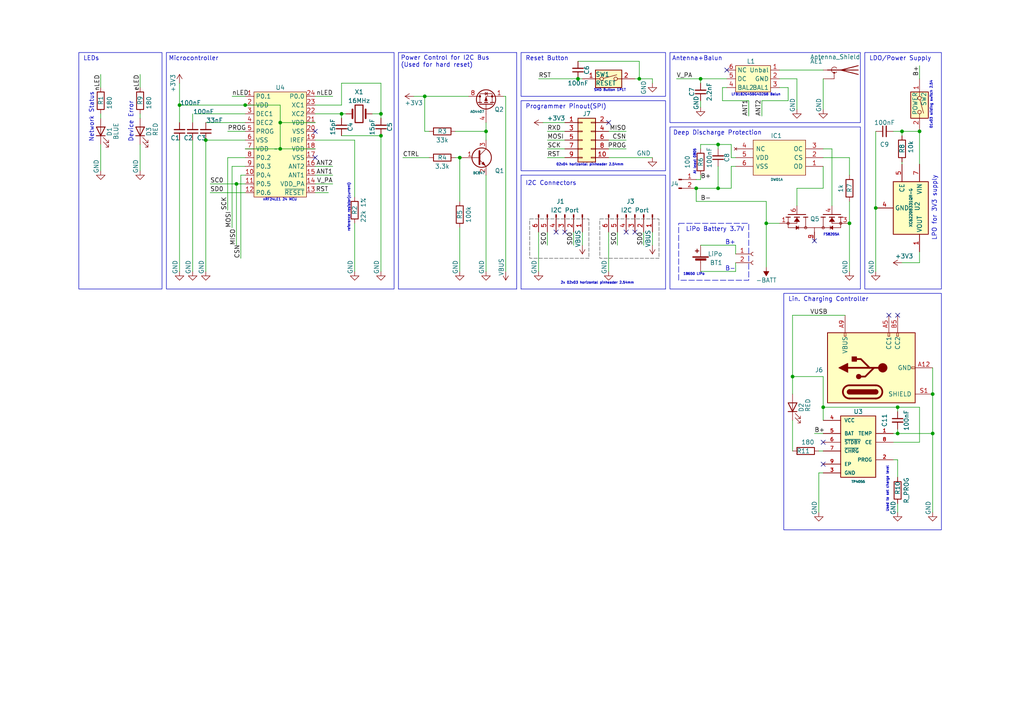
<source format=kicad_sch>
(kicad_sch (version 20230121) (generator eeschema)
  (paper "A4")
  (title_block (title "VR-Stick") (date "2023-07-28") (rev "0.1") (comment 2 "nRF24LE1 QFN24 communication hub for Virtual Reality Interactables") (comment 3 "Apache License Version 2.0 http://www.apache.org/licenses/") (comment 4 "Author: Marek Wehning "))
  (lib_symbols
    (symbol "Connector:Conn_01x02_Female" (pin_names (offset 1.016) hide)
      (property "Reference" "J" (at 0 2.54 0))
      (property "Value" "Conn_01x02_Female" (at 0 -5.08 0))
      (symbol "Conn_01x02_Female_1_1"
        (pin passive line (at -5.08 0 0) (length 3.81) (name "Pin_1") (number "1"))
        (pin passive line (at -5.08 -2.54 0) (length 3.81) (name "Pin_2") (number "2"))
      )
    )
    (symbol "Connector:Conn_01x02_Pin" (pin_names (offset 1.016) hide)
      (property "Reference" "J" (at 0 2.54 0))
      (property "Value" "Conn_01x02_Pin" (at 0 -5.08 0))
      (symbol "Conn_01x02_Pin_1_1"
        (pin passive line (at 5.08 0 180) (length 3.81) (name "Pin_1") (number "1"))
        (pin passive line (at 5.08 -2.54 180) (length 3.81) (name "Pin_2") (number "2"))
      )
    )
    (symbol "Connector:Conn_01x12_Male" (pin_names (offset 1.016) hide)
      (property "Reference" "J2" (at -3.81 6.35 90))
      (property "Value" "I2C Port" (at -1.27 7.62 90))
      (symbol "Conn_01x12_Male_1_1"
        (pin passive line (at 5.08 12.7 180) (length 3.81) (name "Pin_1") (number "1"))
        (pin passive line (at 5.08 10.16 180) (length 3.81) (name "Pin_2") (number "2"))
        (pin passive line (at 5.08 7.62 180) (length 3.81) (name "Pin_3") (number "3"))
        (pin passive line (at 5.08 5.08 180) (length 3.81) (name "Pin_4") (number "4"))
        (pin passive line (at 5.08 2.54 180) (length 3.81) (name "Pin_5") (number "5"))
        (pin passive line (at 5.08 0 180) (length 3.81) (name "Pin_6") (number "6"))
      )
    )
    (symbol "Connector:USB_C_Receptacle_PowerOnly_6P" (pin_names (offset 1.016))
      (property "Reference" "J" (at 0 16.51 0))
      (property "Value" "USB_C_Receptacle_PowerOnly_6P" (at 0 13.97 0))
      (symbol "USB_C_Receptacle_PowerOnly_6P_1_1"
        (pin passive line (at 0 -17.78 90) (length 5.08) (name "GND") (number "A12"))
        (pin bidirectional line (at 15.24 -5.08 180) (length 5.08) (name "CC1") (number "A5"))
        (pin passive line (at 15.24 7.62 180) (length 5.08) (name "VBUS") (number "A9"))
        (pin passive line (at 0 -17.78 90) (length 5.08) hide (name "GND") (number "B12"))
        (pin bidirectional line (at 15.24 -7.62 180) (length 5.08) (name "CC2") (number "B5"))
        (pin passive line (at 15.24 7.62 180) (length 5.08) hide (name "VBUS") (number "B9"))
        (pin passive line (at -7.62 -17.78 90) (length 5.08) (name "SHIELD") (number "S1"))
      )
    )
    (symbol "Connector_Generic:Conn_02x05_Odd_Even" (pin_names (offset 1.016) hide)
      (property "Reference" "J" (at 1.27 7.62 0))
      (property "Value" "Conn_02x05_Odd_Even" (at 1.27 -7.62 0))
      (symbol "Conn_02x05_Odd_Even_1_1"
        (pin passive line (at -5.08 5.08 0) (length 3.81) (name "Pin_1") (number "1"))
        (pin passive line (at 7.62 -5.08 180) (length 3.81) (name "Pin_10") (number "10"))
        (pin passive line (at 7.62 5.08 180) (length 3.81) (name "Pin_2") (number "2"))
        (pin passive line (at -5.08 2.54 0) (length 3.81) (name "Pin_3") (number "3"))
        (pin passive line (at 7.62 2.54 180) (length 3.81) (name "Pin_4") (number "4"))
        (pin passive line (at -5.08 0 0) (length 3.81) (name "Pin_5") (number "5"))
        (pin passive line (at 7.62 0 180) (length 3.81) (name "Pin_6") (number "6"))
        (pin passive line (at -5.08 -2.54 0) (length 3.81) (name "Pin_7") (number "7"))
        (pin passive line (at 7.62 -2.54 180) (length 3.81) (name "Pin_8") (number "8"))
        (pin passive line (at -5.08 -5.08 0) (length 3.81) (name "Pin_9") (number "9"))
      )
    )
    (symbol "Custom:FS8205A" (pin_names (offset 1.016))
      (property "Reference" "Q5" (at -1.27 -1.27 90))
      (symbol "FS8205A_1_1"
        (pin passive line (at 0 -10.16 90) (length 2.54) (name "") (number "1"))
        (pin passive line (at 5.08 0 180) (length 2.54) (name "") (number "2"))
        (pin passive line (at 0 10.16 270) (length 2.54) (name "") (number "3"))
        (pin passive line (at -5.08 5.08 0) (length 2.54) (name "") (number "4"))
        (pin passive line (at 5.08 0 180) (length 2.54) (name "") (number "5"))
        (pin passive line (at -5.08 -5.08 0) (length 2.54) (name "") (number "6"))
      )
    )
    (symbol "Custom:TP4056" (pin_names (offset 1.016))
      (property "Reference" "U" (at 0 11.43 0))
      (property "Value" "TP4056" (at -3.81 -10.16 0))
      (symbol "TP4056_0_0"
        (pin input line (at -10.16 5.08 0) (length 5.08) (name "TEMP") (number "1"))
        (pin bidirectional line (at -10.16 -2.54 0) (length 5.08) (name "PROG") (number "2"))
        (pin power_in line (at 10.16 -6.35 180) (length 5.08) (name "GND") (number "3"))
        (pin power_in line (at 10.16 8.89 180) (length 5.08) (name "VCC") (number "4"))
        (pin output line (at 10.16 5.08 180) (length 5.08) (name "BAT") (number "5"))
        (pin output line (at 10.16 2.54 180) (length 5.08) (name "~{STDBY}") (number "6"))
        (pin output line (at 10.16 0 180) (length 5.08) (name "~{CHRG}") (number "7"))
        (pin input line (at -10.16 2.54 0) (length 5.08) (name "CE") (number "8"))
        (pin passive line (at 10.16 -3.81 180) (length 5.08) (name "EP") (number "9"))
      )
    )
    (symbol "Custom:XC6220B331QR-G"
      (property "Reference" "U" (at 0 8.89 0))
      (property "Value" "XC6220B331QR-G" (at 0 6.35 0))
      (symbol "XC6220B331QR-G_0_0"
        (pin no_connect line (at -2.54 -10.16 90) (length 5.08) hide (name "NC") (number "6"))
        (pin power_out line (at -12.7 2.54 0) (length 5.08) (name "VIN") (number "7"))
        (pin power_out line (at -12.7 2.54 0) (length 5.08) hide (name "VIN") (number "8"))
        (pin passive line (at 0 -10.16 90) (length 5.08) hide (name "Thermal") (number "9"))
      )
      (symbol "XC6220B331QR-G_1_1"
        (pin power_out line (at 12.7 2.54 180) (length 5.08) (name "VOUT") (number "1"))
        (pin power_out line (at 12.7 2.54 180) (length 5.08) hide (name "VOUT") (number "2"))
        (pin no_connect line (at 2.54 -10.16 90) (length 5.08) hide (name "NC") (number "3"))
        (pin power_in line (at 0 -10.16 90) (length 5.08) (name "GND") (number "4"))
        (pin input line (at -12.7 -2.54 0) (length 5.08) (name "CE") (number "5"))
      )
    )
    (symbol "Custom:nRF24LE1_24-pin"
      (property "Reference" "U4" (at 0 21.59 0))
      (property "Value" "~" (at -1.27 3.81 0))
      (symbol "nRF24LE1_24-pin_1_1"
        (pin bidirectional line (at -10.16 19.05 0) (length 2.54) (name "P0.1") (number "1"))
        (pin bidirectional line (at -10.16 -3.81 0) (length 2.54) (name "P0.4") (number "10"))
        (pin bidirectional line (at -10.16 -6.35 0) (length 2.54) (name "P0.5") (number "11"))
        (pin bidirectional line (at -10.16 -8.89 0) (length 2.54) (name "P0.6") (number "12"))
        (pin bidirectional line (at 10.16 -8.89 180) (length 2.54) (name "~{RESET}") (number "13"))
        (pin bidirectional line (at 10.16 -6.35 180) (length 2.54) (name "VDD_PA") (number "14"))
        (pin bidirectional line (at 10.16 -3.81 180) (length 2.54) (name "ANT1") (number "15"))
        (pin bidirectional line (at 10.16 -1.27 180) (length 2.54) (name "ANT2") (number "16"))
        (pin bidirectional line (at 10.16 1.27 180) (length 2.54) (name "VSS") (number "17"))
        (pin bidirectional line (at 10.16 3.81 180) (length 2.54) (name "VDD") (number "18"))
        (pin bidirectional line (at 10.16 6.35 180) (length 2.54) (name "IREF") (number "19"))
        (pin bidirectional line (at -10.16 16.51 0) (length 2.54) (name "VDD") (number "2"))
        (pin bidirectional line (at 10.16 8.89 180) (length 2.54) (name "VSS") (number "20"))
        (pin bidirectional line (at 10.16 11.43 180) (length 2.54) (name "VDD") (number "21"))
        (pin bidirectional line (at 10.16 13.97 180) (length 2.54) (name "XC2") (number "22"))
        (pin bidirectional line (at 10.16 16.51 180) (length 2.54) (name "XC1") (number "23"))
        (pin bidirectional line (at 10.16 19.05 180) (length 2.54) (name "P0.0") (number "24"))
        (pin bidirectional line (at -10.16 13.97 0) (length 2.54) (name "DEC1") (number "3"))
        (pin bidirectional line (at -10.16 11.43 0) (length 2.54) (name "DEC2") (number "4"))
        (pin bidirectional line (at -10.16 8.89 0) (length 2.54) (name "PROG") (number "5"))
        (pin bidirectional line (at -10.16 6.35 0) (length 2.54) (name "VSS") (number "6"))
        (pin bidirectional line (at -10.16 3.81 0) (length 2.54) (name "VDD") (number "7"))
        (pin bidirectional line (at -10.16 1.27 0) (length 2.54) (name "P0.2") (number "8"))
        (pin bidirectional line (at -10.16 -1.27 0) (length 2.54) (name "P0.3") (number "9"))
      )
    )
    (symbol "Custom:nRF24xxxx_Balun"
      (property "Reference" "L" (at 0 5.08 0))
      (symbol "nRF24xxxx_Balun_1_1"
        (pin bidirectional line (at -7.62 2.54 0) (length 2.54) (name "Unbal") (number "1"))
        (pin bidirectional line (at -7.62 0 0) (length 2.54) (name "GND") (number "2"))
        (pin bidirectional line (at -7.62 -2.54 0) (length 2.54) (name "BAL1") (number "3"))
        (pin bidirectional line (at 7.62 -2.54 180) (length 2.54) (name "BAL2") (number "4"))
        (pin bidirectional line (at 7.62 0 180) (length 2.54) (name "DC") (number "5"))
        (pin bidirectional line (at 7.62 2.54 180) (length 2.54) (name "NC") (number "6"))
      )
    )
    (symbol "Device:Antenna_Shield" (pin_numbers hide) (pin_names (offset 1.016) hide)
      (property "Reference" "AE" (at -1.905 4.445 0))
      (property "Value" "Antenna_Shield" (at -1.905 2.54 0))
      (symbol "Antenna_Shield_1_1"
        (pin input line (at 0 -5.08 90) (length 2.54) (name "A") (number "1"))
        (pin input line (at 2.54 -5.08 90) (length 2.54) (name "Shield") (number "2"))
      )
    )
    (symbol "Device:Battery_Cell" (pin_numbers hide) (pin_names (offset 0) hide)
      (property "Reference" "BT" (at 2.54 2.54 0))
      (property "Value" "Battery_Cell" (at 2.54 0 0))
      (symbol "Battery_Cell_1_1"
        (pin passive line (at 0 5.08 270) (length 2.54) (name "+") (number "1"))
        (pin passive line (at 0 -2.54 90) (length 2.54) (name "-") (number "2"))
      )
    )
    (symbol "Device:C_Small" (pin_numbers hide) (pin_names (offset 0.254) hide)
      (property "Reference" "C" (at 0.254 1.778 0))
      (property "Value" "C_Small" (at 0.254 -2.032 0))
      (symbol "C_Small_1_1"
        (pin passive line (at 0 2.54 270) (length 2.032) (name "~") (number "1"))
        (pin passive line (at 0 -2.54 90) (length 2.032) (name "~") (number "2"))
      )
    )
    (symbol "Device:Crystal" (pin_numbers hide) (pin_names (offset 1.016) hide)
      (property "Reference" "Y" (at 0 3.81 0))
      (property "Value" "Crystal" (at 0 -3.81 0))
      (symbol "Crystal_1_1"
        (pin passive line (at -3.81 0 0) (length 1.27) (name "1") (number "1"))
        (pin passive line (at 3.81 0 180) (length 1.27) (name "2") (number "2"))
      )
    )
    (symbol "Device:LED" (pin_numbers hide) (pin_names (offset 1.016) hide)
      (property "Reference" "D" (at 0 2.54 0))
      (property "Value" "LED" (at 0 -2.54 0))
      (symbol "LED_1_1"
        (pin passive line (at -3.81 0 0) (length 2.54) (name "K") (number "1"))
        (pin passive line (at 3.81 0 180) (length 2.54) (name "A") (number "2"))
      )
    )
    (symbol "Device:R" (pin_numbers hide) (pin_names (offset 0))
      (property "Reference" "R" (at 2.032 0 90))
      (property "Value" "R" (at 0 0 90))
      (symbol "R_1_1"
        (pin passive line (at 0 3.81 270) (length 1.27) (name "~") (number "1"))
        (pin passive line (at 0 -3.81 90) (length 1.27) (name "~") (number "2"))
      )
    )
    (symbol "GND_1" (power) (pin_names (offset 0))
      (property "Value" "GND_1" (at 0 -3.81 0))
      (symbol "GND_1_1_1"
        (pin power_in line (at 0 0 270) (length 0) hide (name "GND") (number "1"))
      )
    )
    (symbol "HY2112:HY2112" (pin_names (offset 0.762))
      (property "Reference" "IC1" (at 19.05 -8.89 0))
      (property "Value" "DW01A" (at 15.24 3.81 0))
      (symbol "HY2112_0_0"
        (pin passive line (at 0 0 0) (length 5.08) (name "OD") (number "1"))
        (pin passive line (at 0 -2.54 0) (length 5.08) (name "CS") (number "2"))
        (pin passive line (at 0 -5.08 0) (length 5.08) (name "OC") (number "3"))
        (pin no_connect line (at 25.4 -5.08 180) (length 5.08) (name "NC") (number "4"))
        (pin passive line (at 25.4 -2.54 180) (length 5.08) (name "VDD") (number "5"))
        (pin passive line (at 25.4 0 180) (length 5.08) (name "VSS") (number "6"))
      )
    )
    (symbol "Switch:SW_DIP_x01" (pin_names (offset 0) hide)
      (property "Reference" "SW" (at 0 3.81 0))
      (property "Value" "SW_DIP_x01" (at 0 -3.81 0))
      (symbol "SW_DIP_x01_1_1"
        (pin passive line (at -7.62 0 0) (length 5.08) (name "~") (number "1"))
        (pin passive line (at 7.62 0 180) (length 5.08) (name "~") (number "2"))
      )
    )
    (symbol "Transistor_BJT:BC847" (pin_names (offset 0) hide)
      (property "Reference" "Q" (at 5.08 1.905 0))
      (property "Value" "BC847" (at 5.08 0 0))
      (symbol "BC847_1_1"
        (pin input line (at -5.08 0 0) (length 5.715) (name "B") (number "1"))
        (pin passive line (at 2.54 -5.08 90) (length 2.54) (name "E") (number "2"))
        (pin passive line (at 2.54 5.08 270) (length 2.54) (name "C") (number "3"))
      )
    )
    (symbol "Transistor_FET:IRF7404" (pin_names hide)
      (property "Reference" "Q" (at 5.08 1.905 0))
      (property "Value" "IRF7404" (at 5.08 0 0))
      (symbol "IRF7404_1_1"
        (pin passive line (at 2.54 -5.08 90) (length 2.54) (name "S") (number "1"))
        (pin passive line (at 2.54 -5.08 90) (length 2.54) hide (name "S") (number "2"))
        (pin passive line (at 2.54 -5.08 90) (length 2.54) hide (name "S") (number "3"))
        (pin passive line (at -5.08 0 0) (length 2.54) (name "G") (number "4"))
        (pin passive line (at 2.54 5.08 270) (length 2.54) hide (name "D") (number "5"))
        (pin passive line (at 2.54 5.08 270) (length 2.54) hide (name "D") (number "6"))
        (pin passive line (at 2.54 5.08 270) (length 2.54) hide (name "D") (number "7"))
        (pin passive line (at 2.54 5.08 270) (length 2.54) (name "D") (number "8"))
      )
    )
    (symbol "power:+3.3V" (power) (pin_names (offset 0))
      (property "Value" "+3.3V" (at 0 3.556 0))
      (symbol "+3.3V_1_1"
        (pin power_in line (at 0 0 90) (length 0) hide (name "+3V3") (number "1"))
      )
    )
    (symbol "power:-BATT" (power) (pin_names (offset 0))
      (property "Value" "-BATT" (at 0 3.556 0))
      (symbol "-BATT_1_1"
        (pin power_in line (at 0 0 90) (length 0) hide (name "-BATT") (number "1"))
      )
    )
    (symbol "power:GND" (power) (pin_names (offset 0))
      (property "Value" "GND" (at 0 -3.81 0))
      (symbol "GND_1_1"
        (pin power_in line (at 0 0 270) (length 0) hide (name "GND") (number "1"))
      )
    )
    (symbol "power:VBUS" (power) (pin_names (offset 0))
      (property "Value" "VBUS" (at 0 3.81 0))
      (symbol "VBUS_1_1"
        (pin power_in line (at 0 0 90) (length 0) hide (name "VBUS") (number "1"))
      )
    )
  )
  (junction (at 266.7 38.1))
  (junction (at 208.28 54.61))
  (junction (at 254 60.325))
  (junction (at 270.51 114.3))
  (junction (at 81.28 35.56))
  (junction (at 99.06 33.02))
  (junction (at 52.07 30.48))
  (junction (at 201.93 54.61))
  (junction (at 81.28 43.18))
  (junction (at 208.28 41.91))
  (junction (at 203.2 22.86))
  (junction (at 71.12 30.48))
  (junction (at 261.62 38.1))
  (junction (at 260.35 125.73))
  (junction (at 270.51 125.73))
  (junction (at 229.87 109.22))
  (junction (at 133.35 45.72))
  (junction (at 123.19 27.94))
  (junction (at 246.38 64.77))
  (junction (at 68.58 53.34))
  (junction (at 140.97 38.1))
  (junction (at 110.49 39.37))
  (junction (at 222.25 64.77))
  (junction (at 260.35 118.11))
  (junction (at 185.42 22.86))
  (junction (at 59.69 40.64))
  (junction (at 238.76 118.11))
  (junction (at 167.64 22.86))
  (junction (at 110.49 33.02))
  (no_connect (at 238.76 134.62))
  (no_connect (at 184.15 67.31))
  (no_connect (at 161.29 67.31))
  (no_connect (at 257.81 91.44))
  (no_connect (at 91.44 45.72))
  (no_connect (at 181.61 67.31))
  (no_connect (at 236.22 69.85))
  (no_connect (at 210.82 20.32))
  (no_connect (at 238.76 128.27))
  (no_connect (at 163.83 67.31))
  (no_connect (at 176.53 35.56))
  (no_connect (at 91.44 38.1))
  (no_connect (at 260.35 91.44))
  (wire (pts (xy 140.97 35.56) (xy 140.97 38.1)))
  (wire (pts (xy 213.36 71.12) (xy 203.2 71.12)))
  (wire (pts (xy 132.08 38.1) (xy 140.97 38.1)))
  (wire (pts (xy 123.19 27.94) (xy 135.89 27.94)))
  (wire (pts (xy 246.38 45.72) (xy 246.38 50.8)))
  (wire (pts (xy 60.96 55.88) (xy 71.12 55.88)))
  (wire (pts (xy 40.64 33.02) (xy 40.64 34.29)))
  (wire (pts (xy 238.76 48.26) (xy 238.76 54.61)))
  (wire (pts (xy 110.49 39.37) (xy 110.49 78.74)))
  (wire (pts (xy 208.28 41.91) (xy 212.09 41.91)))
  (wire (pts (xy 228.6 25.4) (xy 228.6 29.21)))
  (wire (pts (xy 237.49 130.81) (xy 238.76 130.81)))
  (wire (pts (xy 208.28 48.26) (xy 208.28 54.61)))
  (polyline (pts (xy 115.57 15.24) (xy 149.86 15.24)))
  (wire (pts (xy 260.35 146.05) (xy 260.35 148.59)))
  (wire (pts (xy 55.88 40.64) (xy 55.88 78.74)))
  (wire (pts (xy 259.08 128.27) (xy 266.7 128.27)))
  (wire (pts (xy 238.76 118.11) (xy 238.76 121.92)))
  (wire (pts (xy 133.35 45.72) (xy 133.35 58.42)))
  (wire (pts (xy 91.44 33.02) (xy 99.06 33.02)))
  (wire (pts (xy 238.76 137.16) (xy 237.49 137.16)))
  (wire (pts (xy 238.76 22.86) (xy 238.76 31.75)))
  (wire (pts (xy 209.55 29.21) (xy 217.17 29.21)))
  (wire (pts (xy 203.2 78.74) (xy 213.36 78.74)))
  (wire (pts (xy 99.06 39.37) (xy 110.49 39.37)))
  (wire (pts (xy 229.87 109.22) (xy 229.87 114.3)))
  (wire (pts (xy 220.98 29.21) (xy 220.98 33.655)))
  (wire (pts (xy 246.38 64.77) (xy 246.38 78.74)))
  (wire (pts (xy 212.09 54.61) (xy 212.09 48.26)))
  (wire (pts (xy 226.06 22.86) (xy 231.14 22.86)))
  (wire (pts (xy 201.93 54.61) (xy 208.28 54.61)))
  (wire (pts (xy 220.98 29.21) (xy 228.6 29.21)))
  (wire (pts (xy 59.69 40.64) (xy 59.69 78.74)))
  (wire (pts (xy 102.87 40.64) (xy 102.87 57.15)))
  (wire (pts (xy 260.35 138.43) (xy 260.35 133.35)))
  (wire (pts (xy 116.84 45.72) (xy 124.46 45.72)))
  (wire (pts (xy 60.96 53.34) (xy 68.58 53.34)))
  (wire (pts (xy 241.3 43.18) (xy 241.3 59.69)))
  (wire (pts (xy 217.17 29.21) (xy 217.17 33.655)))
  (wire (pts (xy 140.97 38.1) (xy 140.97 40.64)))
  (wire (pts (xy 66.04 45.72) (xy 66.04 60.96)))
  (wire (pts (xy 201.93 52.07) (xy 203.2 52.07)))
  (wire (pts (xy 56.515 33.02) (xy 71.12 33.02)))
  (wire (pts (xy 99.06 33.02) (xy 100.33 33.02)))
  (wire (pts (xy 158.75 67.31) (xy 158.75 71.12)))
  (polyline (pts (xy 149.86 15.24) (xy 149.86 83.82)))
  (wire (pts (xy 254 60.325) (xy 254 78.74)))
  (wire (pts (xy 176.53 43.18) (xy 181.61 43.18)))
  (wire (pts (xy 166.37 67.31) (xy 166.37 71.12)))
  (polyline (pts (xy 151.13 50.8) (xy 193.04 50.8)))
  (wire (pts (xy 52.07 24.13) (xy 52.07 30.48)))
  (wire (pts (xy 229.87 91.44) (xy 229.87 109.22)))
  (wire (pts (xy 266.7 128.27) (xy 266.7 118.11)))
  (wire (pts (xy 59.69 35.56) (xy 71.12 35.56)))
  (wire (pts (xy 158.75 43.18) (xy 163.83 43.18)))
  (wire (pts (xy 260.35 118.11) (xy 266.7 118.11)))
  (wire (pts (xy 222.25 64.77) (xy 222.25 58.42)))
  (wire (pts (xy 201.93 58.42) (xy 201.93 54.61)))
  (wire (pts (xy 120.015 27.94) (xy 123.19 27.94)))
  (wire (pts (xy 71.12 30.48) (xy 81.28 30.48)))
  (wire (pts (xy 213.36 78.74) (xy 213.36 76.2)))
  (wire (pts (xy 156.21 22.86) (xy 167.64 22.86)))
  (wire (pts (xy 212.09 48.26) (xy 213.36 48.26)))
  (wire (pts (xy 81.28 35.56) (xy 81.28 43.18)))
  (wire (pts (xy 68.58 53.34) (xy 68.58 71.12)))
  (wire (pts (xy 208.28 54.61) (xy 212.09 54.61)))
  (wire (pts (xy 201.93 58.42) (xy 222.25 58.42)))
  (wire (pts (xy 259.08 125.73) (xy 260.35 125.73)))
  (wire (pts (xy 212.09 45.72) (xy 213.36 45.72)))
  (wire (pts (xy 176.53 40.64) (xy 181.61 40.64)))
  (wire (pts (xy 91.44 30.48) (xy 99.06 30.48)))
  (wire (pts (xy 67.31 48.26) (xy 71.12 48.26)))
  (wire (pts (xy 67.31 27.94) (xy 71.12 27.94)))
  (wire (pts (xy 261.62 76.2) (xy 266.7 76.2)))
  (wire (pts (xy 29.21 41.91) (xy 29.21 49.53)))
  (wire (pts (xy 260.35 125.73) (xy 270.51 125.73)))
  (wire (pts (xy 231.14 22.86) (xy 231.14 31.75)))
  (polyline (pts (xy 149.86 83.82) (xy 115.57 83.82)))
  (polyline (pts (xy 115.57 15.24) (xy 115.57 83.82)))
  (wire (pts (xy 260.35 133.35) (xy 259.08 133.35)))
  (wire (pts (xy 69.85 50.8) (xy 69.85 74.93)))
  (wire (pts (xy 212.09 41.91) (xy 212.09 45.72)))
  (wire (pts (xy 124.46 38.1) (xy 123.19 38.1)))
  (wire (pts (xy 40.64 21.59) (xy 40.64 25.4)))
  (wire (pts (xy 67.31 48.26) (xy 67.31 66.04)))
  (wire (pts (xy 196.215 22.86) (xy 203.2 22.86)))
  (wire (pts (xy 91.44 55.88) (xy 95.25 55.88)))
  (wire (pts (xy 260.35 119.38) (xy 260.35 118.11)))
  (wire (pts (xy 213.36 73.66) (xy 213.36 71.12)))
  (wire (pts (xy 110.49 24.13) (xy 110.49 33.02)))
  (wire (pts (xy 260.35 125.73) (xy 260.35 124.46)))
  (wire (pts (xy 237.49 137.16) (xy 237.49 148.59)))
  (wire (pts (xy 261.62 46.99) (xy 261.62 47.625)))
  (wire (pts (xy 91.44 53.34) (xy 96.52 53.34)))
  (wire (pts (xy 107.95 33.02) (xy 110.49 33.02)))
  (wire (pts (xy 203.2 22.86) (xy 203.2 24.13)))
  (wire (pts (xy 231.14 59.69) (xy 231.14 54.61)))
  (wire (pts (xy 71.12 45.72) (xy 66.04 45.72)))
  (wire (pts (xy 99.06 33.02) (xy 99.06 34.29)))
  (wire (pts (xy 81.28 30.48) (xy 81.28 35.56)))
  (wire (pts (xy 259.08 38.1) (xy 261.62 38.1)))
  (wire (pts (xy 226.06 25.4) (xy 228.6 25.4)))
  (wire (pts (xy 203.2 52.07) (xy 203.2 50.8)))
  (wire (pts (xy 236.22 125.73) (xy 238.76 125.73)))
  (wire (pts (xy 185.42 22.86) (xy 189.23 22.86)))
  (wire (pts (xy 156.21 67.31) (xy 156.21 78.74)))
  (wire (pts (xy 229.87 109.22) (xy 238.76 109.22)))
  (wire (pts (xy 133.35 66.04) (xy 133.35 78.74)))
  (wire (pts (xy 261.62 39.37) (xy 261.62 38.1)))
  (wire (pts (xy 222.25 64.77) (xy 226.06 64.77)))
  (wire (pts (xy 55.88 33.02) (xy 55.88 35.56)))
  (wire (pts (xy 176.53 38.1) (xy 181.61 38.1)))
  (wire (pts (xy 238.76 118.11) (xy 260.35 118.11)))
  (wire (pts (xy 245.11 91.44) (xy 229.87 91.44)))
  (wire (pts (xy 91.44 48.26) (xy 96.52 48.26)))
  (wire (pts (xy 185.42 17.78) (xy 185.42 22.86)))
  (wire (pts (xy 167.64 17.78) (xy 185.42 17.78)))
  (wire (pts (xy 238.76 109.22) (xy 238.76 118.11)))
  (wire (pts (xy 270.51 125.73) (xy 270.51 148.59)))
  (wire (pts (xy 71.12 43.18) (xy 81.28 43.18)))
  (wire (pts (xy 91.44 40.64) (xy 102.87 40.64)))
  (wire (pts (xy 203.2 41.91) (xy 208.28 41.91)))
  (wire (pts (xy 81.28 35.56) (xy 91.44 35.56)))
  (wire (pts (xy 69.85 50.8) (xy 71.12 50.8)))
  (wire (pts (xy 123.19 38.1) (xy 123.19 27.94)))
  (wire (pts (xy 209.55 25.4) (xy 210.82 25.4)))
  (wire (pts (xy 81.28 43.18) (xy 91.44 43.18)))
  (wire (pts (xy 226.06 20.32) (xy 238.76 20.32)))
  (wire (pts (xy 167.64 22.86) (xy 168.91 22.86)))
  (wire (pts (xy 146.05 27.94) (xy 146.685 27.94)))
  (wire (pts (xy 241.3 43.18) (xy 238.76 43.18)))
  (wire (pts (xy 158.75 40.64) (xy 163.83 40.64)))
  (wire (pts (xy 246.38 58.42) (xy 246.38 64.77)))
  (wire (pts (xy 52.07 30.48) (xy 71.12 30.48)))
  (wire (pts (xy 209.55 25.4) (xy 209.55 29.21)))
  (wire (pts (xy 229.87 121.92) (xy 229.87 130.81)))
  (wire (pts (xy 110.49 33.02) (xy 110.49 34.29)))
  (wire (pts (xy 66.04 38.1) (xy 71.12 38.1)))
  (wire (pts (xy 208.28 41.91) (xy 208.28 43.18)))
  (wire (pts (xy 203.2 43.18) (xy 203.2 41.91)))
  (wire (pts (xy 168.91 67.31) (xy 168.91 71.12)))
  (wire (pts (xy 59.69 40.64) (xy 71.12 40.64)))
  (wire (pts (xy 158.75 45.72) (xy 163.83 45.72)))
  (wire (pts (xy 176.53 67.31) (xy 176.53 78.74)))
  (polyline (pts (xy 193.04 83.82) (xy 151.13 83.82)))
  (wire (pts (xy 270.51 114.3) (xy 270.51 125.73)))
  (wire (pts (xy 176.53 45.72) (xy 189.23 45.72)))
  (wire (pts (xy 266.7 73.025) (xy 266.7 76.2)))
  (wire (pts (xy 231.14 54.61) (xy 238.76 54.61)))
  (wire (pts (xy 189.23 22.86) (xy 189.23 24.13)))
  (polyline (pts (xy 151.13 50.8) (xy 151.13 83.82)))
  (wire (pts (xy 40.64 41.91) (xy 40.64 49.53)))
  (wire (pts (xy 146.685 27.94) (xy 146.685 78.74)))
  (wire (pts (xy 179.07 67.31) (xy 179.07 71.12)))
  (wire (pts (xy 52.07 30.48) (xy 52.07 35.56)))
  (wire (pts (xy 29.21 21.59) (xy 29.21 25.4)))
  (wire (pts (xy 91.44 50.8) (xy 96.52 50.8)))
  (wire (pts (xy 222.25 64.77) (xy 222.25 77.47)))
  (wire (pts (xy 254 38.1) (xy 254 60.325)))
  (wire (pts (xy 99.06 24.13) (xy 99.06 30.48)))
  (wire (pts (xy 189.23 67.31) (xy 189.23 71.12)))
  (wire (pts (xy 261.62 38.1) (xy 266.7 38.1)))
  (wire (pts (xy 203.2 29.21) (xy 203.2 31.115)))
  (wire (pts (xy 140.97 50.8) (xy 140.97 78.74)))
  (wire (pts (xy 186.69 67.31) (xy 186.69 71.12)))
  (wire (pts (xy 157.48 35.56) (xy 163.83 35.56)))
  (wire (pts (xy 29.21 33.02) (xy 29.21 34.29)))
  (wire (pts (xy 184.15 22.86) (xy 185.42 22.86)))
  (wire (pts (xy 102.87 64.77) (xy 102.87 78.74)))
  (wire (pts (xy 110.49 24.13) (xy 99.06 24.13)))
  (wire (pts (xy 266.7 38.1) (xy 266.7 47.625)))
  (wire (pts (xy 132.08 45.72) (xy 133.35 45.72)))
  (wire (pts (xy 266.7 19.05) (xy 266.7 22.86)))
  (wire (pts (xy 68.58 53.34) (xy 71.12 53.34)))
  (polyline (pts (xy 193.04 50.8) (xy 193.04 83.82)))
  (wire (pts (xy 158.75 38.1) (xy 163.83 38.1)))
  (wire (pts (xy 238.76 45.72) (xy 246.38 45.72)))
  (wire (pts (xy 270.51 106.68) (xy 270.51 114.3)))
  (wire (pts (xy 52.07 40.64) (xy 52.07 78.74)))
  (wire (pts (xy 203.2 22.86) (xy 210.82 22.86)))
  (wire (pts (xy 91.44 27.94) (xy 96.52 27.94)))
  (rectangle (start 153.67 63.5) (end 170.815 74.93) (stroke (width 0.1) (type dash) (color 0 0 0 1)))
  (rectangle (start 151.13 15.24) (end 193.04 27.94))
  (rectangle (start 48.26 15.24) (end 114.3 83.82))
  (rectangle (start 22.86 15.24) (end 46.99 83.82))
  (rectangle (start 194.31 15.24) (end 249.555 35.56))
  (rectangle (start 194.31 36.83) (end 249.555 83.82))
  (rectangle (start 173.99 63.5) (end 191.135 74.93) (stroke (width 0.1) (type dash) (color 0 0 0 1)))
  (rectangle (start 196.85 81.28) (end 217.17 64.77) (stroke (width 0) (type dash)))
  (rectangle (start 151.13 29.21) (end 193.04 49.53))
  (rectangle (start 250.825 15.24) (end 273.05 83.82))
  (rectangle (start 227.33 85.09) (end 273.05 153.67))
  (text "Programmer Pinout(SPI)" (at 152.4 31.75 0) (effects (font (size 1.27 1.27)) (justify left bottom)))
  (text "Used to set charge level" (at 257.81 148.59 90) (effects (font (size 0.7 0.7)) (justify left bottom)))
  (text "18650 LiPo" (at 198.12 80.01 0) (effects (font (size 0.7 0.7)) (justify left bottom)))
  (text "01x03 sliding switch 2.54" (at 270.51 37.465 90) (effects (font (size 0.7 0.7)) (justify left bottom)))
  (text "Microcontroller" (at 48.895 17.78 0) (effects (font (size 1.27 1.27)) (justify left bottom)))
  (text "SMD Button 1P1T" (at 181.61 26.67 0) (effects (font (size 0.7 0.7)) (justify right bottom)))
  (text "reference resistor(current)" (at 101.6 67.31 90) (effects (font (size 0.7 0.7)) (justify left bottom)))
  (text "Network Status\n" (at 27.305 41.275 90) (effects (font (size 1.27 1.27)) (justify left bottom)))
  (text "I2C Connectors" (at 152.4 53.975 0) (effects (font (size 1.27 1.27)) (justify left bottom)))
  (text "At least 0805\n" (at 201.93 43.18 90) (effects (font (size 0.7 0.7)) (justify right bottom)))
  (text "B+" (at 213.36 71.12 0) (effects (font (size 1.27 1.27)) (justify right bottom)))
  (text "Deep Discharge Protection" (at 220.98 39.37 0) (effects (font (size 1.27 1.27)) (justify right bottom)))
  (text "LiPo Battery 3.7V" (at 215.9 67.31 0) (effects (font (size 1.27 1.27)) (justify right bottom)))
  (text "LEDs" (at 24.13 17.78 0) (effects (font (size 1.27 1.27)) (justify left bottom)))
  (text "Reset Button" (at 152.4 17.78 0) (effects (font (size 1.27 1.27)) (justify left bottom)))
  (text "Lin. Charging Controller" (at 228.6 87.63 0) (effects (font (size 1.27 1.27)) (justify left bottom)))
  (text "2x 02x03 horizontal pinheader 2.54mm" (at 162.56 82.55 0) (effects (font (size 0.7 0.7)) (justify left bottom)))
  (text "LPO for 3V3 supply" (at 271.78 69.85 90) (effects (font (size 1.27 1.27)) (justify left bottom)))
  (text "Power Control for I2C Bus \n(Used for hard reset)" (at 116.205 19.685 0) (effects (font (size 1.27 1.27)) (justify left bottom)))
  (text "LFB182G45BG4D268 Balun" (at 212.09 27.94 0) (effects (font (size 0.7 0.7)) (justify left bottom)))
  (text "02x04 horizontal pinheader 2.54mm" (at 161.29 48.26 0) (effects (font (size 0.7 0.7)) (justify left bottom)))
  (text "LDO/Power Supply" (at 252.095 17.78 0) (effects (font (size 1.27 1.27)) (justify left bottom)))
  (text "Device Error\n" (at 38.735 41.275 90) (effects (font (size 1.27 1.27)) (justify left bottom)))
  (text "nRF24LE1 24 MCU" (at 76.2 58.42 0) (effects (font (size 0.7 0.7)) (justify left bottom)))
  (text "B-\n" (at 213.36 78.74 0) (effects (font (size 1.27 1.27)) (justify right bottom)))
  (text "Antenna+Balun" (at 209.55 17.78 0) (effects (font (size 1.27 1.27)) (justify right bottom)))
  (text "FS8205A" (at 238.76 68.58 0) (effects (font (size 0.7 0.7)) (justify left bottom)))
  (label "SC0" (at 179.07 71.12 90))
  (label "RXD" (at 158.75 38.1 0))
  (label "ANT1" (at 217.17 33.655 90))
  (label "MOSI" (at 67.31 66.04 90))
  (label "SCK" (at 158.75 43.18 0))
  (label "RST" (at 95.25 55.88 180))
  (label "nLED" (at 29.21 21.59 270))
  (label "CSN" (at 69.85 74.93 90))
  (label "ANT2" (at 96.52 48.26 180))
  (label "V_PA" (at 196.215 22.86 0))
  (label "SD0" (at 186.69 71.12 90))
  (label "RST" (at 158.75 45.72 0))
  (label "SC0" (at 158.75 71.12 90))
  (label "eLED" (at 40.64 21.59 270))
  (label "B+" (at 236.22 125.73 0))
  (label "PROG" (at 66.04 38.1 0))
  (label "B-" (at 203.2 58.42 0))
  (label "CTRL" (at 116.84 45.72 0))
  (label "B+" (at 203.2 52.07 0))
  (label "RST" (at 156.21 22.86 0))
  (label "SD0" (at 166.37 71.12 90))
  (label "SCK" (at 66.04 60.96 90))
  (label "MOSI" (at 158.75 40.64 0))
  (label "CSN" (at 181.61 40.64 180))
  (label "PROG" (at 181.61 43.18 180))
  (label "SD0" (at 60.96 55.88 0))
  (label "nLED" (at 67.31 27.94 0))
  (label "MISO" (at 68.58 71.12 90))
  (label "MISO" (at 181.61 38.1 180))
  (label "V_PA" (at 96.52 53.34 180))
  (label "ANT2" (at 220.98 33.655 90))
  (label "VUSB" (at 234.95 91.44 0))
  (label "B+" (at 266.7 19.05 270))
  (label "SC0" (at 60.96 53.34 0))
  (label "nLED" (at 96.52 27.94 180))
  (label "ANT1" (at 96.52 50.8 180))
  (symbol (lib_name "GND_1") (lib_id "power:GND") (at 189.23 45.72 0) (unit 1)
    (property "Reference" "#PWR030" (effects hide))
    (property "Value" "GND" (at 186.69 44.45 0))
  )
  (symbol (lib_id "power:VBUS") (at 146.685 78.74 180) (unit 1)
    (property "Reference" "#PWR012" (effects hide))
    (property "Value" "VBUS" (at 145.415 77.47 90))
  )
  (symbol (lib_id "power:GND") (at 102.87 78.74 0) (unit 1)
    (property "Reference" "#PWR07" (effects hide))
    (property "Value" "GND" (at 101.6 77.47 90))
  )
  (symbol (lib_id "Custom:TP4056") (at 248.92 130.81 0) (mirror y) (unit 1)
    (property "Reference" "U3" (at 248.92 119.38 0))
    (property "Value" "TP4056" (at 248.92 139.7 0) (effects (font (size 0.7 0.7))))
    (property "Footprint" "TP4056:SOP127P600X175-9N" (effects hide))
    (property "STANDARD" "IPC 7351B" (effects hide))
    (property "MAXIMUM_PACKAGE_HEIGHT" "1.75mm" (effects hide))
    (property "MANUFACTURER" "NanJing Top Power ASIC Corp." (effects hide))
  )
  (symbol (lib_id "power:+3.3V") (at 157.48 35.56 90) (unit 1)
    (property "Reference" "#PWR021" (effects hide))
    (property "Value" "+3.3V" (at 161.29 34.29 90))
  )
  (symbol (lib_id "Device:R") (at 260.35 142.24 0) (unit 1)
    (property "Reference" "R10" (at 260.35 143.51 90) (effects (justify left)))
    (property "Value" "R_PROG" (at 262.89 146.05 90) (effects (justify left)))
    (property "Footprint" "Resistor_SMD:R_0805_2012Metric_Pad1.20x1.40mm_HandSolder" (effects hide))
  )
  (symbol (lib_id "Connector:Conn_01x02_Female") (at 218.44 73.66 0) (unit 1)
    (property "Reference" "J5" (effects hide))
    (property "Value" "BATT" (effects hide))
  )
  (symbol (lib_id "Switch:SW_DIP_x01") (at 266.7 30.48 270) (unit 1)
    (property "Reference" "SW2" (at 267.97 26.67 0) (effects (justify left)))
    (property "Value" "POWER" (at 265.43 26.67 0) (effects (justify left)))
    (property "Footprint" "Connector_PinSocket_2.54mm:PinSocket_1x03_P2.54mm_Vertical" (effects hide))
  )
  (symbol (lib_id "power:GND") (at 52.07 78.74 0) (unit 1)
    (property "Reference" "#PWR02" (effects hide))
    (property "Value" "GND" (at 50.8 77.47 90))
  )
  (symbol (lib_id "Device:R") (at 233.68 130.81 90) (unit 1)
    (property "Reference" "R11" (at 234.95 130.81 90) (effects (justify left)))
    (property "Value" "180" (at 236.22 128.27 90) (effects (justify left)))
    (property "Footprint" "Resistor_SMD:R_0805_2012Metric_Pad1.20x1.40mm_HandSolder" (effects hide))
  )
  (symbol (lib_id "Device:Crystal") (at 104.14 33.02 0) (unit 1)
    (property "Reference" "X1" (at 104.14 26.67 0))
    (property "Value" "16MHz" (at 104.14 29.21 0))
    (property "Footprint" "Crystal:Crystal_SMD_HC49-SD" (effects hide))
  )
  (symbol (lib_id "power:GND") (at 29.21 49.53 0) (unit 1)
    (property "Reference" "#PWR03" (effects hide))
    (property "Value" "GND" (at 27.94 48.26 90))
  )
  (symbol (lib_id "Device:C_Small") (at 55.88 38.1 180) (unit 1)
    (property "Reference" "C2" (at 54.61 40.005 0))
    (property "Value" "100nF" (at 59.055 32.385 0))
    (property "Footprint" "Capacitor_SMD:C_1206_3216Metric_Pad1.33x1.80mm_HandSolder" (effects hide))
  )
  (symbol (lib_id "power:VBUS") (at 168.91 71.12 180) (unit 1)
    (property "Reference" "#PWR014" (effects hide))
    (property "Value" "VBUS" (at 167.64 69.215 90))
  )
  (symbol (lib_id "Device:R") (at 128.27 45.72 90) (unit 1)
    (property "Reference" "R4" (at 128.27 45.72 90))
    (property "Value" "3.3k" (at 128.27 48.26 90))
    (property "Footprint" "Resistor_SMD:R_0805_2012Metric_Pad1.20x1.40mm_HandSolder" (effects hide))
  )
  (symbol (lib_id "HY2112:HY2112") (at 238.76 48.26 180) (unit 1)
    (property "Reference" "IC1" (at 223.52 39.37 0) (effects (justify right)))
    (property "Value" "DW01A" (at 223.52 52.07 0) (effects (font (size 0.7 0.7)) (justify right)))
    (property "Footprint" "Package_TO_SOT_SMD:SOT-23-6" (effects hide))
    (property "Datasheet" "https://www.hycontek.com/en/products-en/3125" (effects hide))
    (property "Description" "One-Cell Li-ion/Polymer/LiFePO4 Battery Protection" (effects hide))
    (property "Height" "1.4" (effects hide))
    (property "Manufacturer_Name" "HYCON Tech" (effects hide))
    (property "Manufacturer_Part_Number" "HY2112" (effects hide))
  )
  (symbol (lib_name "GND_1") (lib_id "power:GND") (at 231.14 31.75 0) (unit 1)
    (property "Reference" "#PWR023" (effects hide))
    (property "Value" "GND" (at 229.87 30.48 90))
  )
  (symbol (lib_id "Device:R") (at 246.38 54.61 0) (unit 1)
    (property "Reference" "R7" (at 246.38 55.88 90) (effects (justify left)))
    (property "Value" "1k" (at 243.84 55.88 90) (effects (justify left)))
    (property "Footprint" "Resistor_SMD:R_0805_2012Metric_Pad1.20x1.40mm_HandSolder" (effects hide))
  )
  (symbol (lib_id "Device:C_Small") (at 52.07 38.1 180) (unit 1)
    (property "Reference" "C1" (at 50.8 40.005 0))
    (property "Value" "100nF" (at 55.245 29.845 0))
    (property "Footprint" "Capacitor_SMD:C_0805_2012Metric_Pad1.18x1.45mm_HandSolder" (effects hide))
  )
  (symbol (lib_id "power:GND") (at 156.21 78.74 0) (unit 1)
    (property "Reference" "#PWR013" (effects hide))
    (property "Value" "GND" (at 154.94 77.47 90))
  )
  (symbol (lib_id "power:GND") (at 133.35 78.74 0) (unit 1)
    (property "Reference" "#PWR010" (effects hide))
    (property "Value" "GND" (at 132.08 77.47 90))
  )
  (symbol (lib_id "Custom:nRF24xxxx_Balun") (at 218.44 22.86 0) (mirror y) (unit 1)
    (property "Reference" "L1" (at 217.805 17.78 0))
    (property "Value" "~" (at 220.98 22.86 0))
    (property "Footprint" "RF_Converter:Balun_Johanson_1.6x0.8mm" (effects hide))
  )
  (symbol (lib_id "power:-BATT") (at 222.25 77.47 180) (unit 1)
    (property "Reference" "#PWR022" (effects hide))
    (property "Value" "-BATT" (at 222.25 81.28 0))
  )
  (symbol (lib_id "Device:C_Small") (at 203.2 26.67 180) (unit 1)
    (property "Reference" "C7" (at 200.66 26.67 90))
    (property "Value" "2.2nF" (at 205.74 26.67 90))
    (property "Footprint" "Capacitor_SMD:C_0402_1005Metric_Pad0.74x0.62mm_HandSolder" (effects hide))
  )
  (symbol (lib_id "Device:R") (at 133.35 62.23 180) (unit 1)
    (property "Reference" "R5" (at 133.35 62.23 90))
    (property "Value" "100k" (at 135.89 62.23 90))
    (property "Footprint" "Resistor_SMD:R_0805_2012Metric_Pad1.20x1.40mm_HandSolder" (effects hide))
  )
  (symbol (lib_id "power:GND") (at 176.53 78.74 0) (unit 1)
    (property "Reference" "#PWR015" (effects hide))
    (property "Value" "GND" (at 175.26 77.47 90))
  )
  (symbol (lib_id "power:GND") (at 254 78.74 0) (unit 1)
    (property "Reference" "#PWR026" (effects hide))
    (property "Value" "GND" (at 252.73 77.47 90))
  )
  (symbol (lib_id "Device:R") (at 203.2 46.99 180) (unit 1)
    (property "Reference" "R6" (at 203.2 46.99 90))
    (property "Value" "100" (at 199.39 46.99 90))
    (property "Footprint" "Resistor_SMD:R_1206_3216Metric_Pad1.30x1.75mm_HandSolder" (effects hide))
  )
  (symbol (lib_id "Device:R") (at 40.64 29.21 0) (unit 1)
    (property "Reference" "R9" (at 40.64 30.48 90) (effects (justify left)))
    (property "Value" "180" (at 43.18 31.75 90) (effects (justify left)))
    (property "Footprint" "Resistor_SMD:R_0805_2012Metric_Pad1.20x1.40mm_HandSolder" (effects hide))
  )
  (symbol (lib_id "Device:C_Small") (at 110.49 36.83 180) (unit 1)
    (property "Reference" "C5" (at 113.03 36.83 90))
    (property "Value" "15pF" (at 107.95 36.83 90))
    (property "Footprint" "Capacitor_SMD:C_0805_2012Metric_Pad1.18x1.45mm_HandSolder" (effects hide))
  )
  (symbol (lib_name "GND_1") (lib_id "power:GND") (at 203.2 31.115 0) (unit 1)
    (property "Reference" "#PWR019" (effects hide))
    (property "Value" "GND" (at 201.93 29.845 90))
  )
  (symbol (lib_id "Connector_Generic:Conn_02x05_Odd_Even") (at 168.91 40.64 0) (unit 1)
    (property "Reference" "J7" (at 170.18 33.02 0))
    (property "Value" "Conn_02x05_Odd_Even" (effects hide))
  )
  (symbol (lib_id "power:+3.3V") (at 52.07 24.13 0) (unit 1)
    (property "Reference" "#PWR01" (effects hide))
    (property "Value" "+3.3V" (at 50.165 24.13 90))
  )
  (symbol (lib_id "Switch:SW_DIP_x01") (at 176.53 22.86 0) (unit 1)
    (property "Reference" "SW1" (at 172.72 21.59 0) (effects (justify left)))
    (property "Value" "RESET" (at 172.72 24.13 0) (effects (justify left)))
    (property "Footprint" "Button_Switch_SMD:SW_Push_1P1T_NO_6x6mm_H9.5mm" (effects hide))
  )
  (symbol (lib_id "Device:R") (at 102.87 60.96 180) (unit 1)
    (property "Reference" "R2" (at 102.87 60.96 90))
    (property "Value" "22k 1%" (at 105.41 60.96 90))
    (property "Footprint" "Resistor_SMD:R_0805_2012Metric_Pad1.20x1.40mm_HandSolder" (effects hide))
  )
  (symbol (lib_id "power:GND") (at 40.64 49.53 0) (unit 1)
    (property "Reference" "#PWR06" (effects hide))
    (property "Value" "GND" (at 39.37 48.26 90))
  )
  (symbol (lib_id "Connector:Conn_01x02_Pin") (at 196.85 52.07 0) (unit 1)
    (property "Reference" "J4" (at 196.85 53.34 0) (effects (justify right)))
    (property "Value" "Conn_01x02_Pin" (effects hide))
    (property "Footprint" "Battery:BatteryHolder_MPD_BH-18650-PC2" (effects hide))
  )
  (symbol (lib_id "Device:LED") (at 229.87 118.11 90) (unit 1)
    (property "Reference" "D2" (at 232.41 116.84 0) (effects (justify right)))
    (property "Value" "RED" (at 234.315 115.57 0) (effects (justify right)))
    (property "Footprint" "LED_SMD:LED_0805_2012Metric_Pad1.15x1.40mm_HandSolder" (effects hide))
  )
  (symbol (lib_id "power:GND") (at 260.35 148.59 0) (unit 1)
    (property "Reference" "#PWR028" (effects hide))
    (property "Value" "GND" (at 259.08 147.32 90))
  )
  (symbol (lib_id "Device:Battery_Cell") (at 203.2 76.2 0) (mirror y) (unit 1)
    (property "Reference" "BT1" (at 209.55 76.2 0) (effects (justify left)))
    (property "Value" "LiPo" (at 209.55 73.66 0) (effects (justify left)))
  )
  (symbol (lib_id "power:VBUS") (at 189.23 71.12 180) (unit 1)
    (property "Reference" "#PWR017" (effects hide))
    (property "Value" "VBUS" (at 187.96 69.215 90))
  )
  (symbol (lib_id "Device:LED") (at 40.64 38.1 90) (unit 1)
    (property "Reference" "D3" (at 43.18 36.83 0) (effects (justify right)))
    (property "Value" "RED" (at 45.085 35.56 0) (effects (justify right)))
    (property "Footprint" "LED_SMD:LED_0805_2012Metric_Pad1.15x1.40mm_HandSolder" (effects hide))
  )
  (symbol (lib_id "Custom:FS8205A") (at 236.22 64.77 270) (unit 1)
    (property "Reference" "Q5" (at 234.95 63.5 90) (effects (justify left)))
    (property "Value" "FS8205A" (effects hide))
    (property "Footprint" "FS8205A:SOP65P640X120-8N" (effects hide))
    (property "PARTREV" "1.7" (effects hide))
    (property "MANUFACTURER" "Fortune Semiconductor" (effects hide))
    (property "MAXIMUM_PACKAGE_HEIGHT" "1.2mm" (effects hide))
    (property "STANDARD" "IPC 7351B" (effects hide))
  )
  (symbol (lib_id "Device:LED") (at 29.21 38.1 90) (unit 1)
    (property "Reference" "D1" (at 31.75 36.83 0) (effects (justify right)))
    (property "Value" "BLUE" (at 33.655 35.56 0) (effects (justify right)))
    (property "Footprint" "LED_SMD:LED_0805_2012Metric_Pad1.15x1.40mm_HandSolder" (effects hide))
  )
  (symbol (lib_id "Device:R") (at 128.27 38.1 90) (unit 1)
    (property "Reference" "R3" (at 128.27 38.1 90))
    (property "Value" "33k" (at 128.27 40.64 90))
    (property "Footprint" "Resistor_SMD:R_0805_2012Metric_Pad1.20x1.40mm_HandSolder" (effects hide))
  )
  (symbol (lib_id "Device:R") (at 29.21 29.21 0) (unit 1)
    (property "Reference" "R1" (at 29.21 30.48 90) (effects (justify left)))
    (property "Value" "180" (at 31.75 31.75 90) (effects (justify left)))
    (property "Footprint" "Resistor_SMD:R_0805_2012Metric_Pad1.20x1.40mm_HandSolder" (effects hide))
  )
  (symbol (lib_id "Device:Antenna_Shield") (at 243.84 20.32 270) (unit 1)
    (property "Reference" "AE1" (at 234.95 17.78 90) (effects (justify left)))
    (property "Value" "Antenna_Shield" (at 234.95 16.51 90) (effects (justify left)))
    (property "Footprint" "RF_Antenna:Texas_SWRA117D_2.4GHz_Left" (effects hide))
  )
  (symbol (lib_id "Custom:nRF24LE1_24-pin") (at 81.28 46.99 0) (unit 1)
    (property "Reference" "U4" (at 81.28 25.4 0))
    (property "Value" "~" (at 80.01 43.18 0))
    (property "Footprint" "Package_DFN_QFN:QFN-24-1EP_4x4mm_P0.5mm_EP2.15x2.15mm" (effects hide))
  )
  (symbol (lib_id "power:+3.3V") (at 120.015 27.94 90) (unit 1)
    (property "Reference" "#PWR09" (effects hide))
    (property "Value" "+3.3V" (at 120.015 29.845 90))
  )
  (symbol (lib_id "Device:C_Small") (at 59.69 38.1 180) (unit 1)
    (property "Reference" "C3" (at 58.42 40.005 0))
    (property "Value" "33nF" (at 62.23 34.925 0))
    (property "Footprint" "Capacitor_SMD:C_0805_2012Metric_Pad1.18x1.45mm_HandSolder" (effects hide))
  )
  (symbol (lib_id "Connector:Conn_01x12_Male") (at 176.53 62.23 270) (unit 1)
    (property "Reference" "J3" (at 182.88 58.42 90))
    (property "Value" "I2C Port" (at 184.15 60.96 90))
    (property "Footprint" "Connector_PinHeader_2.54mm:PinHeader_2x03_P2.54mm_Vertical" (effects hide))
  )
  (symbol (lib_id "Device:C_Small") (at 99.06 36.83 0) (unit 1)
    (property "Reference" "C4" (at 101.6 36.83 90))
    (property "Value" "15pF" (at 96.52 36.83 90))
    (property "Footprint" "Capacitor_SMD:C_0805_2012Metric_Pad1.18x1.45mm_HandSolder" (effects hide))
  )
  (symbol (lib_id "Transistor_BJT:BC847") (at 138.43 45.72 0) (unit 1)
    (property "Reference" "Q1" (at 143.51 49.53 0) (effects (justify left)))
    (property "Value" "BC847" (at 137.16 50.165 0) (effects (font (size 0.7 0.7)) (justify left)))
    (property "Footprint" "Package_TO_SOT_SMD:SOT-23" (effects hide))
    (property "Datasheet" "http://www.infineon.com/dgdl/Infineon-BC847SERIES_BC848SERIES_BC849SERIES_BC850SERIES-DS-v01_01-en.pdf?fileId=db3a304314dca389011541d4630a1657" (effects hide))
  )
  (symbol (lib_id "power:GND") (at 59.69 78.74 0) (unit 1)
    (property "Reference" "#PWR05" (effects hide))
    (property "Value" "GND" (at 58.42 77.47 90))
  )
  (symbol (lib_id "Device:C_Small") (at 167.64 20.32 180) (unit 1)
    (property "Reference" "C6" (at 170.18 20.32 90))
    (property "Value" "100nF" (at 167.64 24.13 0))
    (property "Footprint" "Capacitor_SMD:C_1206_3216Metric_Pad1.33x1.80mm_HandSolder" (effects hide))
  )
  (symbol (lib_id "Connector:USB_C_Receptacle_PowerOnly_6P") (at 252.73 106.68 90) (unit 1)
    (property "Reference" "J6" (at 238.76 107.315 90) (effects (justify left)))
    (property "Value" "USB_C_Receptacle_PowerOnly_6P" (effects hide))
    (property "Footprint" "Connector_USB:USB_C_Receptacle_GCT_USB4105-xx-A_16P_TopMnt_Horizontal" (effects hide))
    (property "Datasheet" "https://www.usb.org/sites/default/files/documents/usb_type-c.zip" (effects hide))
  )
  (symbol (lib_name "GND_1") (lib_id "power:GND") (at 238.76 31.75 0) (unit 1)
    (property "Reference" "#PWR024" (effects hide))
    (property "Value" "GND" (at 237.49 30.48 90))
  )
  (symbol (lib_id "power:GND") (at 55.88 78.74 0) (unit 1)
    (property "Reference" "#PWR04" (effects hide))
    (property "Value" "GND" (at 54.61 77.47 90))
  )
  (symbol (lib_id "Device:C_Small") (at 260.35 121.92 0) (unit 1)
    (property "Reference" "C11" (at 256.54 121.92 90))
    (property "Value" "100nF" (at 262.89 121.9263 90))
    (property "Footprint" "Capacitor_SMD:C_1206_3216Metric_Pad1.33x1.80mm_HandSolder" (effects hide))
  )
  (symbol (lib_id "power:GND") (at 237.49 148.59 0) (unit 1)
    (property "Reference" "#PWR020" (effects hide))
    (property "Value" "GND" (at 236.22 147.32 90))
  )
  (symbol (lib_id "power:+3.3V") (at 261.62 76.2 90) (unit 1)
    (property "Reference" "#PWR027" (effects hide))
    (property "Value" "+3.3V" (at 262.255 74.295 90))
  )
  (symbol (lib_id "Connector:Conn_01x12_Male") (at 156.21 62.23 270) (unit 1)
    (property "Reference" "J1" (at 162.56 58.42 90))
    (property "Value" "I2C Port" (at 163.83 60.96 90))
    (property "Footprint" "Connector_PinHeader_2.54mm:PinHeader_2x03_P2.54mm_Vertical" (effects hide))
  )
  (symbol (lib_name "GND_1") (lib_id "power:GND") (at 189.23 24.13 0) (mirror y) (unit 1)
    (property "Reference" "#PWR018" (effects hide))
    (property "Value" "GND" (at 186.69 25.4 90))
  )
  (symbol (lib_id "power:GND") (at 110.49 78.74 0) (unit 1)
    (property "Reference" "#PWR08" (effects hide))
    (property "Value" "GND" (at 109.22 77.47 90))
  )
  (symbol (lib_id "power:GND") (at 246.38 78.74 0) (unit 1)
    (property "Reference" "#PWR025" (effects hide))
    (property "Value" "GND" (at 245.11 77.47 90))
  )
  (symbol (lib_id "Device:R") (at 261.62 43.18 0) (unit 1)
    (property "Reference" "R8" (at 261.62 44.45 90) (effects (justify left)))
    (property "Value" "10k" (at 264.16 44.45 90) (effects (justify left)))
    (property "Footprint" "Resistor_SMD:R_0805_2012Metric_Pad1.20x1.40mm_HandSolder" (effects hide))
  )
  (symbol (lib_id "Transistor_FET:IRF7404") (at 140.97 30.48 90) (unit 1)
    (property "Reference" "Q2" (at 144.78 31.75 90))
    (property "Value" "AO4407" (at 138.43 32.385 90) (effects (font (size 0.7 0.7))))
    (property "Footprint" "Package_SO:SOIC-8_3.9x4.9mm_P1.27mm" (effects hide))
    (property "Datasheet" "http://www.infineon.com/dgdl/irf7404.pdf?fileId=5546d462533600a4015355fa2b5b1b9e" (effects hide))
  )
  (symbol (lib_id "power:GND") (at 270.51 148.59 0) (unit 1)
    (property "Reference" "#PWR029" (effects hide))
    (property "Value" "GND" (at 269.24 147.32 90))
  )
  (symbol (lib_id "Custom:XC6220B331QR-G") (at 264.16 60.325 270) (unit 1)
    (property "Reference" "U2" (at 266.065 58.42 0) (effects (justify left)))
    (property "Value" "XC6220B331QR-G" (at 264.16 54.61 0) (effects (font (size 0.8 0.8)) (justify left)))
    (property "Footprint" "Package_SO:HTSOP-8-1EP_3.9x4.9mm_P1.27mm_EP2.4x3.2mm" (effects hide))
    (property "Datasheet" "https://www.torexsemi.com/file/xc6220/XC6220.pdf" (effects hide))
  )
  (symbol (lib_id "power:GND") (at 140.97 78.74 0) (unit 1)
    (property "Reference" "#PWR011" (effects hide))
    (property "Value" "GND" (at 139.7 77.47 90))
  )
  (symbol (lib_id "Device:C_Small") (at 256.54 38.1 90) (unit 1)
    (property "Reference" "C9" (at 256.54 41.91 90))
    (property "Value" "100nF" (at 256.5463 35.56 90))
    (property "Footprint" "Capacitor_SMD:C_1206_3216Metric_Pad1.33x1.80mm_HandSolder" (effects hide))
  )
  (symbol (lib_id "Device:C_Small") (at 208.28 45.72 180) (unit 1)
    (property "Reference" "C8" (at 210.82 45.72 90))
    (property "Value" "100nF" (at 205.74 45.72 90))
    (property "Footprint" "Capacitor_SMD:C_1206_3216Metric_Pad1.33x1.80mm_HandSolder" (effects hide))
  )
)
</source>
